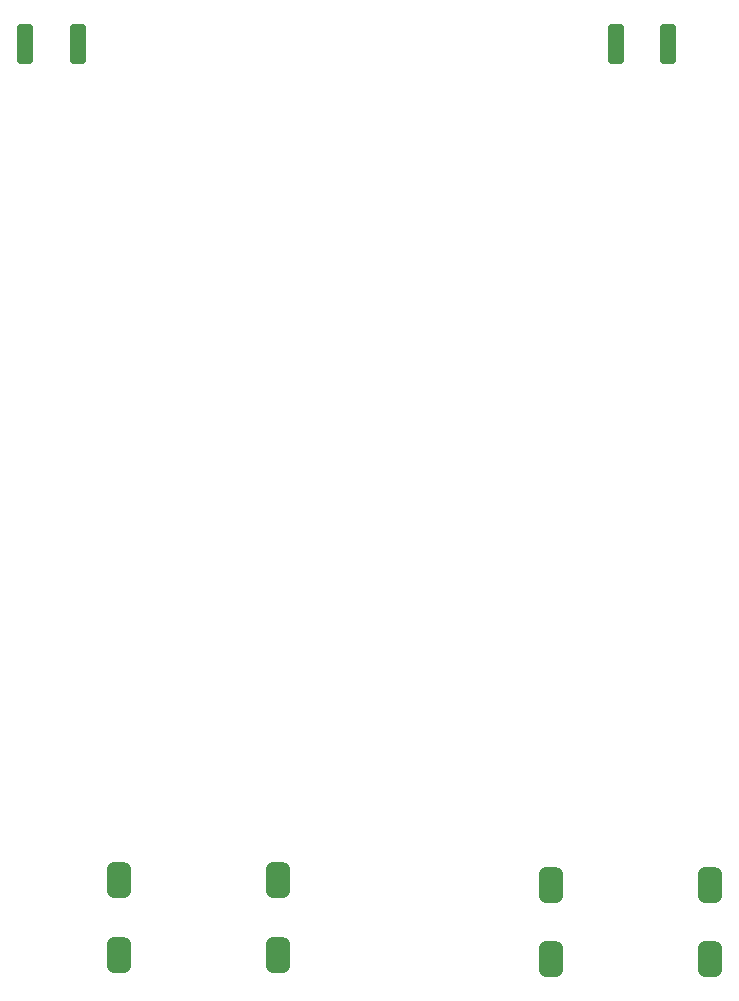
<source format=gbr>
%TF.GenerationSoftware,KiCad,Pcbnew,(6.0.7)*%
%TF.CreationDate,2022-10-27T22:38:12-07:00*%
%TF.ProjectId,3s25ABMS,33733235-4142-44d5-932e-6b696361645f,1.0*%
%TF.SameCoordinates,Original*%
%TF.FileFunction,Paste,Top*%
%TF.FilePolarity,Positive*%
%FSLAX46Y46*%
G04 Gerber Fmt 4.6, Leading zero omitted, Abs format (unit mm)*
G04 Created by KiCad (PCBNEW (6.0.7)) date 2022-10-27 22:38:12*
%MOMM*%
%LPD*%
G01*
G04 APERTURE LIST*
G04 Aperture macros list*
%AMRoundRect*
0 Rectangle with rounded corners*
0 $1 Rounding radius*
0 $2 $3 $4 $5 $6 $7 $8 $9 X,Y pos of 4 corners*
0 Add a 4 corners polygon primitive as box body*
4,1,4,$2,$3,$4,$5,$6,$7,$8,$9,$2,$3,0*
0 Add four circle primitives for the rounded corners*
1,1,$1+$1,$2,$3*
1,1,$1+$1,$4,$5*
1,1,$1+$1,$6,$7*
1,1,$1+$1,$8,$9*
0 Add four rect primitives between the rounded corners*
20,1,$1+$1,$2,$3,$4,$5,0*
20,1,$1+$1,$4,$5,$6,$7,0*
20,1,$1+$1,$6,$7,$8,$9,0*
20,1,$1+$1,$8,$9,$2,$3,0*%
G04 Aperture macros list end*
%ADD10RoundRect,0.250000X0.400000X1.450000X-0.400000X1.450000X-0.400000X-1.450000X0.400000X-1.450000X0*%
%ADD11RoundRect,0.250000X-0.400000X-1.450000X0.400000X-1.450000X0.400000X1.450000X-0.400000X1.450000X0*%
%ADD12RoundRect,0.500000X0.500000X1.000000X-0.500000X1.000000X-0.500000X-1.000000X0.500000X-1.000000X0*%
%ADD13RoundRect,0.500000X-0.500000X-1.000000X0.500000X-1.000000X0.500000X1.000000X-0.500000X1.000000X0*%
G04 APERTURE END LIST*
D10*
%TO.C,F2*%
X77225000Y-55000000D03*
X72775000Y-55000000D03*
%TD*%
D11*
%TO.C,F1*%
X122775000Y-55000000D03*
X127225000Y-55000000D03*
%TD*%
D12*
%TO.C,F4*%
X130750000Y-132500000D03*
X130750000Y-126180000D03*
X117290000Y-126180000D03*
X117290000Y-132500000D03*
%TD*%
D13*
%TO.C,F3*%
X80750000Y-125770000D03*
X80750000Y-132090000D03*
X94210000Y-125770000D03*
X94210000Y-132090000D03*
%TD*%
M02*

</source>
